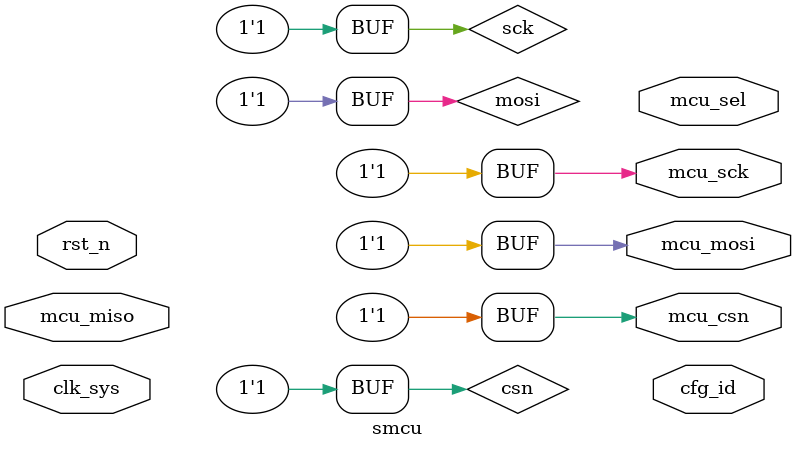
<source format=v>

module smcu(
mcu_csn,
mcu_sck,
mcu_miso,
mcu_mosi,
mcu_sel,
cfg_id,
//clk rst
clk_sys,
rst_n
);
//mcu port
output mcu_csn;
output mcu_sck;
input  mcu_miso;
output mcu_mosi;
output mcu_sel;
output cfg_id;
//clk rst
input clk_sys;
input rst_n;
//--------------------------------------------
//--------------------------------------------

//reg sck;


reg sck;
reg csn;
reg mosi;

initial begin
	sck <= 1'b1;
	csn <= 1'b1;
	mosi <= 1'b1;
end

task sck_gen;
input [7:0]	data;
begin
				csn <= 1'b0;
	#500  sck <= 1'b0;
				mosi <= data[7];
	#200	sck <= 1'b1;
	#200	sck <= 1'b0;
				mosi <= data[6];
	#200	sck <= 1'b1;
	#200	sck <= 1'b0;
				mosi <= data[5];
	#200	sck <= 1'b1;
	#200	sck <= 1'b0;
				mosi <= data[4];
	#200	sck <= 1'b1;
	#200	sck <= 1'b0;
				mosi <= data[3];
	#200	sck <= 1'b1;
	#200	sck <= 1'b0;
				mosi <= data[2];
	#200	sck <= 1'b1;
	#200	sck <= 1'b0;
				mosi <= data[1];
	#200	sck <= 1'b1;
	#200	sck <= 1'b0;
				mosi <= data[0];
	#200	sck <= 1'b1;
	#500  csn <= 1'b1;
				mosi <= 1'b1;
end
endtask



initial begin
		#5000 sck_gen(8'h54);
		#5000 sck_gen(8'h85);
end


wire mcu_sck;
wire mcu_csn;
wire mcu_mosi;
assign mcu_csn = csn;
assign mcu_sck = sck;
assign mcu_mosi = mosi;




endmodule

</source>
